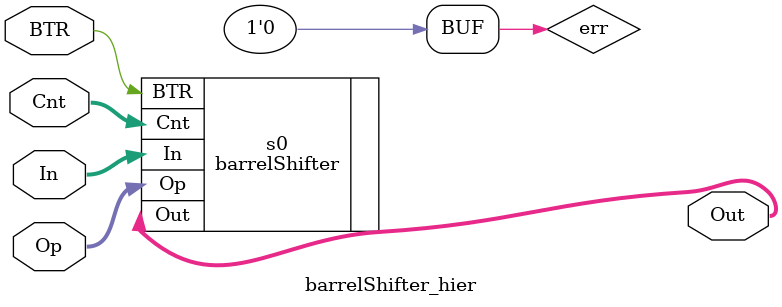
<source format=v>
/*
    CS/ECE 552 Spring '19
    Homework #4, Problem 1

    The wrapper module around the barrel shifter to combine it with the clock and
    reset.
 */
module barrelShifter_hier(In, Cnt, Op, Out, BTR);

   // declare constant for size of inputs, outputs (N) and # bits to shift (C)
   parameter N = 16;
   parameter C = 4;
   parameter O = 2;

   input [N-1:0]  In;
   input [C-1:0]  Cnt;
   input [O-1:0]  Op;
   input          BTR;
   output [N-1:0] Out;

   wire clk;
   wire rst;
   wire err;

   assign err = 1'b0;

   clkrst c0(
             // Outputs
             .clk                       (clk),
             .rst                       (rst),
             // Inputs
             .err                       (err)
            );

   barrelShifter s0(
                    // Outputs
                    .Out                      (Out),
                    // Inputs
                    .In                       (In),
                    .Cnt                      (Cnt),
                    .Op                       (Op),
                    .BTR                      (BTR)
                    );

endmodule // shifter_hier

</source>
